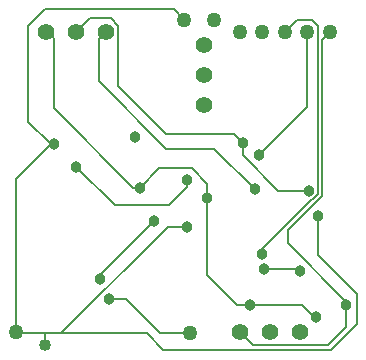
<source format=gbl>
G04 Layer_Physical_Order=2*
G04 Layer_Color=16711680*
%FSLAX24Y24*%
%MOIN*%
G70*
G01*
G75*
%ADD23C,0.0080*%
%ADD24C,0.0500*%
%ADD25C,0.0550*%
%ADD26C,0.0380*%
%ADD27C,0.0400*%
D23*
X-11300Y1200D02*
X-10750D01*
X-12200D02*
X-11300D01*
Y800D02*
Y1200D01*
X-10750D02*
X-7200Y4750D01*
X-6550D01*
X-12250Y1250D02*
X-12200Y1200D01*
X-1750Y650D02*
X-900Y1500D01*
X-7350Y650D02*
X-1750D01*
X-7900Y1200D02*
X-7350Y650D01*
X-9500Y9600D02*
X-7250Y7350D01*
X-10250Y11250D02*
X-9800Y11700D01*
X-10243Y6760D02*
X-8963Y5480D01*
X-8850Y9450D02*
X-7260Y7860D01*
X-5000D01*
X-4690Y7550D01*
X-5890Y3150D02*
Y5700D01*
X-7160Y5480D02*
X-6550Y6090D01*
Y6300D01*
X-5890Y3150D02*
X-4890Y2150D01*
X-4450D02*
X-2710D01*
X-4890D02*
X-4450D01*
X-5890Y5700D02*
Y6190D01*
X-4690Y7140D02*
Y7550D01*
X-4150Y7150D02*
X-2550Y8750D01*
Y11250D01*
X-2200Y6090D02*
X-2190Y6080D01*
X-2050Y5782D02*
Y6138D01*
X-2060Y6148D02*
X-2050Y6138D01*
X-3200Y4200D02*
Y4632D01*
X-2050Y5782D01*
X-9450Y3000D02*
Y3150D01*
X-8963Y5480D02*
X-7160D01*
X-9450Y3150D02*
X-7650Y4950D01*
X-11214Y11250D02*
X-11000Y11035D01*
X-9800Y11700D02*
X-9100D01*
X-8850Y11450D01*
Y9450D02*
Y11450D01*
X-9500Y9600D02*
Y11000D01*
X-9250Y11250D01*
X-9145Y2345D02*
X-8595D01*
X-3200Y4200D02*
X-1250Y2250D01*
Y2150D02*
Y2250D01*
X-10750Y1200D02*
X-7900D01*
X-12250Y1250D02*
Y6350D01*
X-4690Y7140D02*
X-3510Y5960D01*
X-2480D01*
X-7250Y7350D02*
X-5650D01*
X-4300Y6000D01*
X-2200Y3800D02*
X-900Y2500D01*
X-2200Y3800D02*
Y5100D01*
X-4000Y3350D02*
X-2860D01*
X-2780Y3270D01*
X-4800Y1250D02*
X-4350Y800D01*
X-8595Y2345D02*
X-7450Y1200D01*
X-6450D01*
X-4350Y800D02*
X-1850D01*
X-1250Y1400D01*
Y2150D01*
X-900Y1500D02*
Y2500D01*
X-4050Y3850D02*
Y4000D01*
X-2380Y5670D01*
X-2360D01*
X-2190Y5840D01*
Y6080D01*
X-2060Y6148D02*
Y10990D01*
X-1800Y11250D01*
X-12250Y6350D02*
X-11100Y7500D01*
X-11000D01*
X-8350Y6050D02*
X-8140D01*
X-11000Y8700D02*
Y11035D01*
Y8700D02*
X-8350Y6050D01*
X-3300Y11250D02*
X-2900Y11650D01*
X-2400D01*
X-2200Y11450D01*
Y6090D02*
Y11450D01*
X-11850Y8250D02*
X-11100Y7500D01*
X-7000Y12000D02*
X-6650Y11650D01*
X-11850Y8250D02*
Y11450D01*
X-11300Y12000D01*
X-7000D01*
X-8140Y6050D02*
X-7490Y6700D01*
X-6400D01*
X-5890Y6190D01*
X-2710Y2150D02*
X-2280Y1720D01*
D24*
X-1800Y11250D02*
D03*
X-3300D02*
D03*
X-2550D02*
D03*
X-12250Y1250D02*
D03*
X-4050Y11250D02*
D03*
X-4800D02*
D03*
X-5650Y11650D02*
D03*
X-6450Y1200D02*
D03*
X-6650Y11650D02*
D03*
D25*
X-9250Y11250D02*
D03*
X-6000Y8800D02*
D03*
Y10800D02*
D03*
X-10250Y11250D02*
D03*
X-11250D02*
D03*
X-6000Y9800D02*
D03*
X-3800Y1250D02*
D03*
X-4800D02*
D03*
X-2800D02*
D03*
D26*
X-6550Y4750D02*
D03*
X-4690Y7550D02*
D03*
X-8140Y6050D02*
D03*
X-10243Y6760D02*
D03*
X-9145Y2345D02*
D03*
X-2780Y3270D02*
D03*
X-4000Y3350D02*
D03*
X-4050Y3850D02*
D03*
X-5890Y5700D02*
D03*
X-6550Y6300D02*
D03*
X-4450Y2150D02*
D03*
X-8300Y7750D02*
D03*
X-4300Y6000D02*
D03*
X-4150Y7150D02*
D03*
X-2480Y5960D02*
D03*
X-2200Y5100D02*
D03*
X-9450Y3000D02*
D03*
X-7650Y4950D02*
D03*
X-1250Y2150D02*
D03*
X-2250Y1750D02*
D03*
X-11000Y7500D02*
D03*
D27*
X-11300Y800D02*
D03*
M02*

</source>
